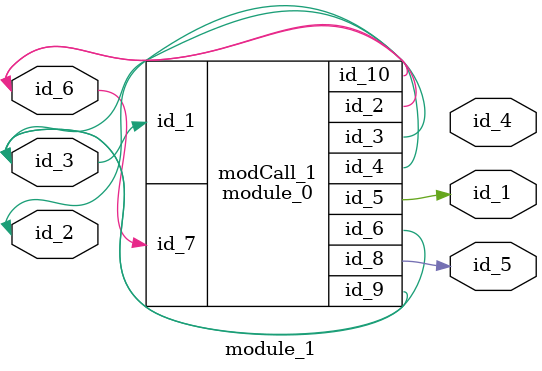
<source format=v>
module module_0 (
    id_1,
    id_2,
    id_3,
    id_4,
    id_5,
    id_6,
    id_7,
    id_8,
    id_9,
    id_10
);
  output wire id_10;
  output wire id_9;
  output wire id_8;
  input wire id_7;
  inout wire id_6;
  output wire id_5;
  inout wire id_4;
  output wire id_3;
  inout wire id_2;
  input wire id_1;
  wire id_11;
endmodule
module module_1 (
    id_1,
    id_2,
    id_3,
    id_4,
    id_5,
    id_6
);
  inout wire id_6;
  output wire id_5;
  output wire id_4;
  inout wire id_3;
  inout wire id_2;
  output wire id_1;
  module_0 modCall_1 (
      id_3,
      id_6,
      id_3,
      id_2,
      id_1,
      id_3,
      id_6,
      id_5,
      id_3,
      id_6
  );
endmodule

</source>
